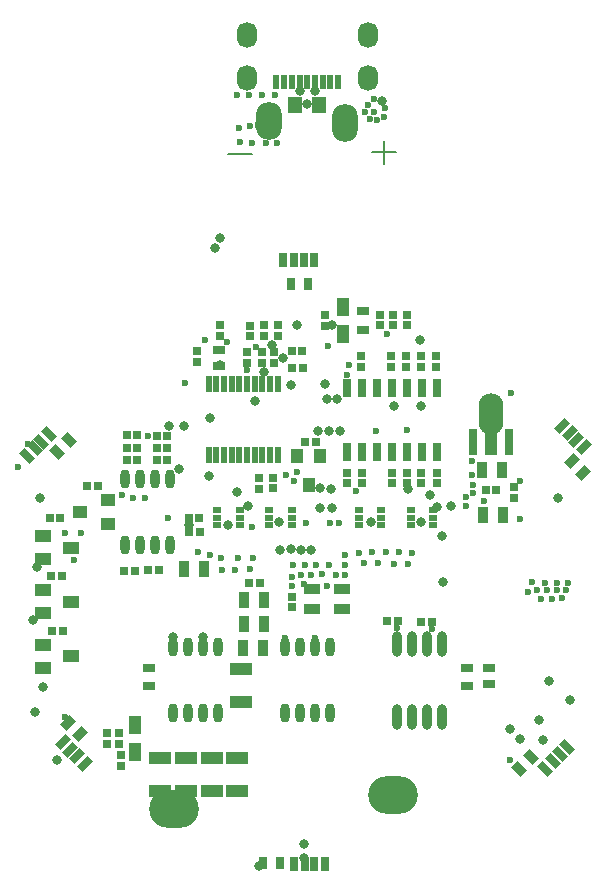
<source format=gts>
%FSLAX25Y25*%
%MOIN*%
G70*
G01*
G75*
G04 Layer_Color=8388736*
%ADD10C,0.00787*%
%ADD11C,0.01181*%
%ADD12C,0.01969*%
%ADD13O,0.07874X0.11811*%
%ADD14O,0.15748X0.11811*%
%ADD15R,0.03543X0.02362*%
%ADD16R,0.02362X0.01969*%
%ADD17R,0.04921X0.02756*%
%ADD18R,0.02756X0.04921*%
%ADD19R,0.01969X0.02362*%
%ADD20R,0.06693X0.03543*%
%ADD21O,0.02362X0.05512*%
%ADD22R,0.03543X0.03937*%
%ADD23R,0.01575X0.04724*%
%ADD24R,0.03150X0.07874*%
%ADD25R,0.02362X0.07874*%
%ADD26O,0.07480X0.12992*%
G04:AMPARAMS|DCode=27|XSize=23.62mil|YSize=35.43mil|CornerRadius=0mil|HoleSize=0mil|Usage=FLASHONLY|Rotation=135.000|XOffset=0mil|YOffset=0mil|HoleType=Round|Shape=Rectangle|*
%AMROTATEDRECTD27*
4,1,4,0.02088,0.00418,-0.00418,-0.02088,-0.02088,-0.00418,0.00418,0.02088,0.02088,0.00418,0.0*
%
%ADD27ROTATEDRECTD27*%

%ADD28R,0.02362X0.03543*%
%ADD29R,0.01969X0.01575*%
%ADD30R,0.03937X0.03543*%
%ADD31R,0.01575X0.03937*%
%ADD32O,0.02362X0.07874*%
%ADD33R,0.02362X0.05512*%
%ADD34R,0.03150X0.05118*%
%ADD35R,0.03937X0.02756*%
G04:AMPARAMS|DCode=36|XSize=23.62mil|YSize=35.43mil|CornerRadius=0mil|HoleSize=0mil|Usage=FLASHONLY|Rotation=225.000|XOffset=0mil|YOffset=0mil|HoleType=Round|Shape=Rectangle|*
%AMROTATEDRECTD36*
4,1,4,-0.00418,0.02088,0.02088,-0.00418,0.00418,-0.02088,-0.02088,0.00418,-0.00418,0.02088,0.0*
%
%ADD36ROTATEDRECTD36*%

%ADD37R,0.04724X0.03543*%
%ADD38R,0.03937X0.04724*%
G04:AMPARAMS|DCode=39|XSize=19.69mil|YSize=39.37mil|CornerRadius=0mil|HoleSize=0mil|Usage=FLASHONLY|Rotation=45.000|XOffset=0mil|YOffset=0mil|HoleType=Round|Shape=Rectangle|*
%AMROTATEDRECTD39*
4,1,4,0.00696,-0.02088,-0.02088,0.00696,-0.00696,0.02088,0.02088,-0.00696,0.00696,-0.02088,0.0*
%
%ADD39ROTATEDRECTD39*%

G04:AMPARAMS|DCode=40|XSize=19.69mil|YSize=39.37mil|CornerRadius=0mil|HoleSize=0mil|Usage=FLASHONLY|Rotation=135.000|XOffset=0mil|YOffset=0mil|HoleType=Round|Shape=Rectangle|*
%AMROTATEDRECTD40*
4,1,4,0.02088,0.00696,-0.00696,-0.02088,-0.02088,-0.00696,0.00696,0.02088,0.02088,0.00696,0.0*
%
%ADD40ROTATEDRECTD40*%

%ADD41R,0.01969X0.03937*%
%ADD42C,0.07874*%
%ADD43C,0.03937*%
%ADD44C,0.05906*%
%ADD45C,0.04724*%
%ADD46C,0.11811*%
%ADD47R,0.09645X0.14900*%
%ADD48R,0.29300X0.12570*%
%ADD49R,0.06400X0.17200*%
%ADD50R,0.19291X0.03830*%
%ADD51R,0.05906X0.13780*%
%ADD52R,0.08661X0.14173*%
%ADD53R,0.05512X0.13780*%
%ADD54R,0.14567X0.16142*%
%ADD55R,0.15182X0.11426*%
%ADD56R,0.05300X0.03507*%
%ADD57R,0.24200X0.17200*%
%ADD58O,0.05906X0.07874*%
%ADD59C,0.02362*%
%ADD60C,0.09843*%
%ADD61O,0.07874X0.05906*%
%ADD62R,0.07874X0.05906*%
%ADD63R,0.07500X0.30800*%
%ADD64R,0.10581X0.53500*%
%ADD65C,0.00394*%
%ADD66C,0.00197*%
%ADD67C,0.00984*%
%ADD68C,0.01000*%
%ADD69C,0.02362*%
%ADD70C,0.00591*%
%ADD71C,0.00800*%
%ADD72C,0.00500*%
%ADD73C,0.00200*%
%ADD74C,0.00400*%
%ADD75O,0.08674X0.12611*%
%ADD76O,0.16548X0.12611*%
%ADD77R,0.04343X0.03162*%
%ADD78R,0.03162X0.02769*%
%ADD79R,0.05721X0.03556*%
%ADD80R,0.03556X0.05721*%
%ADD81R,0.02769X0.03162*%
%ADD82R,0.07493X0.04343*%
%ADD83O,0.03162X0.06312*%
%ADD84R,0.04343X0.04737*%
%ADD85R,0.02375X0.05524*%
%ADD86R,0.03950X0.08674*%
%ADD87R,0.03162X0.08674*%
%ADD88O,0.08280X0.13792*%
G04:AMPARAMS|DCode=89|XSize=31.62mil|YSize=43.43mil|CornerRadius=0mil|HoleSize=0mil|Usage=FLASHONLY|Rotation=135.000|XOffset=0mil|YOffset=0mil|HoleType=Round|Shape=Rectangle|*
%AMROTATEDRECTD89*
4,1,4,0.02654,0.00418,-0.00418,-0.02654,-0.02654,-0.00418,0.00418,0.02654,0.02654,0.00418,0.0*
%
%ADD89ROTATEDRECTD89*%

%ADD90R,0.03162X0.04343*%
%ADD91R,0.02769X0.02375*%
%ADD92R,0.04737X0.04343*%
%ADD93R,0.02375X0.04737*%
%ADD94O,0.03162X0.08674*%
%ADD95R,0.03162X0.06312*%
%ADD96R,0.03950X0.05918*%
%ADD97R,0.04331X0.03150*%
G04:AMPARAMS|DCode=98|XSize=31.62mil|YSize=43.43mil|CornerRadius=0mil|HoleSize=0mil|Usage=FLASHONLY|Rotation=225.000|XOffset=0mil|YOffset=0mil|HoleType=Round|Shape=Rectangle|*
%AMROTATEDRECTD98*
4,1,4,-0.00418,0.02654,0.02654,-0.00418,0.00418,-0.02654,-0.02654,0.00418,-0.00418,0.02654,0.0*
%
%ADD98ROTATEDRECTD98*%

%ADD99R,0.05524X0.04343*%
%ADD100R,0.04737X0.05524*%
G04:AMPARAMS|DCode=101|XSize=27.69mil|YSize=47.37mil|CornerRadius=0mil|HoleSize=0mil|Usage=FLASHONLY|Rotation=45.000|XOffset=0mil|YOffset=0mil|HoleType=Round|Shape=Rectangle|*
%AMROTATEDRECTD101*
4,1,4,0.00696,-0.02654,-0.02654,0.00696,-0.00696,0.02654,0.02654,-0.00696,0.00696,-0.02654,0.0*
%
%ADD101ROTATEDRECTD101*%

G04:AMPARAMS|DCode=102|XSize=27.69mil|YSize=47.37mil|CornerRadius=0mil|HoleSize=0mil|Usage=FLASHONLY|Rotation=135.000|XOffset=0mil|YOffset=0mil|HoleType=Round|Shape=Rectangle|*
%AMROTATEDRECTD102*
4,1,4,0.02654,0.00696,-0.00696,-0.02654,-0.02654,-0.00696,0.00696,0.02654,0.02654,0.00696,0.0*
%
%ADD102ROTATEDRECTD102*%

%ADD103R,0.02769X0.04737*%
%ADD104O,0.06706X0.08674*%
%ADD105C,0.03162*%
D10*
X-26800Y142004D02*
X-18928D01*
X21200Y142404D02*
X29072D01*
X25136Y146339D02*
Y138468D01*
D59*
X2300Y-19400D02*
D03*
X-7900D02*
D03*
X29700Y-16000D02*
D03*
X41242Y-16558D02*
D03*
X67700Y62156D02*
D03*
X52476Y24501D02*
D03*
X58443Y26046D02*
D03*
X52476Y27601D02*
D03*
X55004Y28901D02*
D03*
X54756Y31501D02*
D03*
X54684Y34728D02*
D03*
X54476Y39354D02*
D03*
X-17314Y77377D02*
D03*
X13567Y71475D02*
D03*
X12800Y68258D02*
D03*
X33032Y50001D02*
D03*
X22600Y49575D02*
D03*
X16034Y29375D02*
D03*
X-3693Y35875D02*
D03*
X-7563Y34875D02*
D03*
X-4636Y32802D02*
D03*
X6500Y77975D02*
D03*
X70378Y32901D02*
D03*
X70476Y20301D02*
D03*
X-20300Y69775D02*
D03*
X-46791Y20448D02*
D03*
X-93300Y45300D02*
D03*
X-81200Y-45696D02*
D03*
X67200Y-60000D02*
D03*
X-41100Y65400D02*
D03*
X-96800Y37600D02*
D03*
X74600Y-900D02*
D03*
X79000Y-1000D02*
D03*
X83000D02*
D03*
X86400Y-1100D02*
D03*
X85900Y-3600D02*
D03*
X83000Y-3500D02*
D03*
X79600Y-3600D02*
D03*
X76200D02*
D03*
X-23700Y161468D02*
D03*
X-11200Y161500D02*
D03*
X-15400D02*
D03*
X-19700D02*
D03*
X84700Y-6100D02*
D03*
X81200Y-6400D02*
D03*
X77500D02*
D03*
X73200Y-4000D02*
D03*
X25549Y157200D02*
D03*
X25100Y154300D02*
D03*
X22721Y153200D02*
D03*
X20400Y153500D02*
D03*
X21900Y156000D02*
D03*
X22000Y160100D02*
D03*
X20000Y158200D02*
D03*
X19000Y155900D02*
D03*
X-5000Y4802D02*
D03*
X-1200Y4708D02*
D03*
X2685Y4802D02*
D03*
X6752Y4814D02*
D03*
X12292D02*
D03*
X12200Y1400D02*
D03*
X9100D02*
D03*
X4600Y1700D02*
D03*
X861Y1600D02*
D03*
X-2500Y1507D02*
D03*
X-5398Y941D02*
D03*
X-5518Y-2219D02*
D03*
X-1625Y-1600D02*
D03*
X6337Y-2300D02*
D03*
X16900Y8860D02*
D03*
X21200Y9100D02*
D03*
X25753D02*
D03*
X30053Y9200D02*
D03*
X34400Y9000D02*
D03*
X33200Y5200D02*
D03*
X28700Y5300D02*
D03*
X23269Y5500D02*
D03*
X18500Y5619D02*
D03*
X12217Y8300D02*
D03*
X-36938Y9207D02*
D03*
X-32853Y8200D02*
D03*
X-29200Y7043D02*
D03*
X-23604Y7100D02*
D03*
X-18516Y7043D02*
D03*
X-19300Y3600D02*
D03*
X-24401Y3342D02*
D03*
X-28700Y3087D02*
D03*
X26100Y81834D02*
D03*
X-27000Y79139D02*
D03*
X-34400Y79900D02*
D03*
X-53400Y48000D02*
D03*
X-54556Y27228D02*
D03*
X-58400Y27100D02*
D03*
X-62100Y28300D02*
D03*
X-75700Y15600D02*
D03*
X-81100Y15500D02*
D03*
X-78035Y6500D02*
D03*
X10359Y19000D02*
D03*
X7206Y18881D02*
D03*
X-686Y18800D02*
D03*
X-18949Y17562D02*
D03*
X-10109Y151700D02*
D03*
X-13481D02*
D03*
X-16700Y151600D02*
D03*
X-19400Y151100D02*
D03*
X-23000Y150400D02*
D03*
X-22900Y145700D02*
D03*
X-18673Y145600D02*
D03*
X-14200D02*
D03*
X-10600Y145500D02*
D03*
D75*
X-13000Y152700D02*
D03*
X12200Y152300D02*
D03*
D76*
X28104Y-71800D02*
D03*
X-44688Y-76500D02*
D03*
D77*
X-29700Y71019D02*
D03*
Y76531D02*
D03*
X60336Y-29412D02*
D03*
Y-34924D02*
D03*
X52856Y-29609D02*
D03*
Y-35514D02*
D03*
X-53050Y-35514D02*
D03*
Y-29609D02*
D03*
D78*
X-67141Y-51232D02*
D03*
X-67142Y-54775D02*
D03*
X-10109Y81319D02*
D03*
X-10109Y84862D02*
D03*
X-5514Y-5744D02*
D03*
X-5514Y-9287D02*
D03*
X42725Y35600D02*
D03*
X42725Y32057D02*
D03*
X-37186Y72619D02*
D03*
X-37186Y76162D02*
D03*
X-15514Y75831D02*
D03*
X-15514Y72287D02*
D03*
X-11686Y30419D02*
D03*
X-11686Y33962D02*
D03*
X-20300Y72233D02*
D03*
Y75776D02*
D03*
X-62460Y-62072D02*
D03*
Y-58528D02*
D03*
X-63106Y-51228D02*
D03*
Y-54772D02*
D03*
X-11500Y72303D02*
D03*
Y75846D02*
D03*
X-16300Y33846D02*
D03*
Y30303D02*
D03*
X-19300Y81135D02*
D03*
Y84679D02*
D03*
X-14900Y84792D02*
D03*
Y81249D02*
D03*
X5639Y88158D02*
D03*
Y84615D02*
D03*
X23749Y88280D02*
D03*
Y84737D02*
D03*
X32804D02*
D03*
Y88280D02*
D03*
X28080Y84737D02*
D03*
Y88280D02*
D03*
X42642Y70852D02*
D03*
Y74395D02*
D03*
X37623D02*
D03*
Y70852D02*
D03*
X27583D02*
D03*
Y74395D02*
D03*
X32603D02*
D03*
Y70852D02*
D03*
X17642Y70852D02*
D03*
Y74395D02*
D03*
X17839Y32072D02*
D03*
Y35616D02*
D03*
X12820D02*
D03*
Y32072D02*
D03*
X37623Y35616D02*
D03*
Y32072D02*
D03*
X27780Y35616D02*
D03*
Y32072D02*
D03*
X32800D02*
D03*
Y35616D02*
D03*
X-29616Y81336D02*
D03*
Y84880D02*
D03*
X68390Y27228D02*
D03*
Y30771D02*
D03*
D79*
X11100Y-9847D02*
D03*
Y-3153D02*
D03*
X1281Y-9924D02*
D03*
Y-3231D02*
D03*
D80*
X64650Y36677D02*
D03*
X57957D02*
D03*
X58055Y21505D02*
D03*
X64748D02*
D03*
X-34653Y3500D02*
D03*
X-41346D02*
D03*
X-14664Y-14845D02*
D03*
X-21357D02*
D03*
X-15057Y-22719D02*
D03*
X-21750D02*
D03*
X-21357Y-6971D02*
D03*
X-14664D02*
D03*
D81*
X59154Y29787D02*
D03*
X62697Y29787D02*
D03*
X-47017Y47950D02*
D03*
X-50560Y47950D02*
D03*
X-5556Y76161D02*
D03*
X-2013Y76161D02*
D03*
X-57056Y43914D02*
D03*
X-60600Y43914D02*
D03*
X-57944Y3014D02*
D03*
X-61487Y3014D02*
D03*
X-16150Y-1065D02*
D03*
X-19694D02*
D03*
X-53472Y3100D02*
D03*
X-49928D02*
D03*
X2372Y45975D02*
D03*
X-1172D02*
D03*
X-60572Y48200D02*
D03*
X-57028D02*
D03*
X-1928Y70575D02*
D03*
X-5472D02*
D03*
X-47001Y43899D02*
D03*
X-50545D02*
D03*
X-60584Y39863D02*
D03*
X-57041D02*
D03*
X-47001Y39863D02*
D03*
X-50545D02*
D03*
X-70228Y31300D02*
D03*
X-73772D02*
D03*
X-39891Y20500D02*
D03*
X-36348D02*
D03*
X-39772Y15847D02*
D03*
X-36228D02*
D03*
X26281Y-13664D02*
D03*
X29824D02*
D03*
X37698Y-14058D02*
D03*
X41242D02*
D03*
X-86272Y20376D02*
D03*
X-82728D02*
D03*
X-85372Y-17124D02*
D03*
X-81828D02*
D03*
X-82128Y1176D02*
D03*
X-85672D02*
D03*
D82*
X-49344Y-59475D02*
D03*
Y-70498D02*
D03*
X-32021Y-59453D02*
D03*
Y-70476D02*
D03*
X-23700Y-59488D02*
D03*
Y-70512D02*
D03*
X-22341Y-40829D02*
D03*
Y-29805D02*
D03*
X-40680Y-59475D02*
D03*
Y-70498D02*
D03*
D83*
X-7794Y-44569D02*
D03*
X-2794D02*
D03*
X-7794Y-22522D02*
D03*
X7206Y-44569D02*
D03*
Y-22522D02*
D03*
X-2794D02*
D03*
X2206Y-44569D02*
D03*
Y-22522D02*
D03*
X-45195Y-44569D02*
D03*
X-40195D02*
D03*
X-45195Y-22522D02*
D03*
X-30195Y-44569D02*
D03*
Y-22522D02*
D03*
X-40195D02*
D03*
X-35195Y-44569D02*
D03*
Y-22522D02*
D03*
X-51293Y33564D02*
D03*
X-51293Y11517D02*
D03*
X-61293D02*
D03*
X-56293Y33564D02*
D03*
X-46293D02*
D03*
X-56293Y11517D02*
D03*
X-46293D02*
D03*
X-61293Y33564D02*
D03*
D84*
X100Y31650D02*
D03*
X-3837Y41099D02*
D03*
X4037D02*
D03*
D85*
X-10224Y65187D02*
D03*
X-12783D02*
D03*
X-15342D02*
D03*
X-17901D02*
D03*
X-20460D02*
D03*
X-23019D02*
D03*
X-25578D02*
D03*
X-28137D02*
D03*
X-30696D02*
D03*
X-33255D02*
D03*
Y41565D02*
D03*
X-30696D02*
D03*
X-28137D02*
D03*
X-25578D02*
D03*
X-23019D02*
D03*
X-20460D02*
D03*
X-17901D02*
D03*
X-15342D02*
D03*
X-12783D02*
D03*
X-10224D02*
D03*
D86*
X60909Y45732D02*
D03*
D87*
X66815D02*
D03*
X55004D02*
D03*
D88*
X60909Y55181D02*
D03*
D89*
X87751Y39549D02*
D03*
X91649Y35651D02*
D03*
X-76226Y-51549D02*
D03*
X-80123Y-47651D02*
D03*
D90*
X-9544Y-94600D02*
D03*
X-15056D02*
D03*
X-244Y98500D02*
D03*
X-5756D02*
D03*
D91*
X41627Y23234D02*
D03*
Y20675D02*
D03*
Y18116D02*
D03*
X34146D02*
D03*
Y20675D02*
D03*
Y23234D02*
D03*
X24304D02*
D03*
Y20675D02*
D03*
Y18116D02*
D03*
X16824D02*
D03*
Y20675D02*
D03*
Y23234D02*
D03*
X-22940D02*
D03*
Y20675D02*
D03*
Y18116D02*
D03*
X-30421D02*
D03*
Y20675D02*
D03*
Y23234D02*
D03*
X-5617D02*
D03*
Y20675D02*
D03*
Y18116D02*
D03*
X-13098D02*
D03*
Y20675D02*
D03*
Y23234D02*
D03*
D92*
X-66676Y18509D02*
D03*
Y26384D02*
D03*
X-76124Y22446D02*
D03*
D93*
X7277Y165926D02*
D03*
X4718D02*
D03*
X-8077D02*
D03*
X-5518D02*
D03*
X-10636D02*
D03*
X-2959D02*
D03*
X-400D02*
D03*
X2159D02*
D03*
X9836D02*
D03*
D94*
X39608Y-21341D02*
D03*
Y-45750D02*
D03*
X29608D02*
D03*
X34608Y-21341D02*
D03*
X44608D02*
D03*
X34608Y-45750D02*
D03*
X44608D02*
D03*
X29608Y-21341D02*
D03*
D95*
X42721Y63962D02*
D03*
X37721D02*
D03*
X32721D02*
D03*
X27721D02*
D03*
X22721D02*
D03*
X17721D02*
D03*
X12721D02*
D03*
X17721Y42505D02*
D03*
X22721D02*
D03*
X27721D02*
D03*
X32721D02*
D03*
X37721D02*
D03*
X42721D02*
D03*
X12721D02*
D03*
D96*
X11524Y90717D02*
D03*
X11524Y81701D02*
D03*
X-57760Y-57528D02*
D03*
Y-48512D02*
D03*
D97*
X18237Y89540D02*
D03*
X18237Y83240D02*
D03*
D98*
X-83849Y42651D02*
D03*
X-79951Y46549D02*
D03*
X74249Y-59151D02*
D03*
X70351Y-63049D02*
D03*
D99*
X-88424Y14613D02*
D03*
X-78976Y10676D02*
D03*
X-88424Y6739D02*
D03*
Y-3387D02*
D03*
X-78976Y-7324D02*
D03*
X-88424Y-11261D02*
D03*
Y-21663D02*
D03*
X-78976Y-25600D02*
D03*
X-88424Y-29537D02*
D03*
D100*
X-4337Y158300D02*
D03*
X3537D02*
D03*
D101*
X-93719Y41181D02*
D03*
X-91214Y43687D02*
D03*
X-88986Y45914D02*
D03*
X-86481Y48419D02*
D03*
X78981Y-63035D02*
D03*
X81486Y-60529D02*
D03*
X83714Y-58302D02*
D03*
X86219Y-55797D02*
D03*
D102*
X-81819Y-54181D02*
D03*
X-79314Y-56686D02*
D03*
X-77087Y-58913D02*
D03*
X-74581Y-61419D02*
D03*
X84581Y51319D02*
D03*
X87086Y48814D02*
D03*
X89314Y46586D02*
D03*
X91819Y44081D02*
D03*
D103*
X5518Y-94700D02*
D03*
X1975D02*
D03*
X-1175D02*
D03*
X-4718D02*
D03*
X1918Y106500D02*
D03*
X-1625D02*
D03*
X-4775D02*
D03*
X-8318D02*
D03*
D104*
X-20577Y181674D02*
D03*
X19777D02*
D03*
X-20577Y167107D02*
D03*
X19777D02*
D03*
D105*
X-45100Y-19100D02*
D03*
X-35195Y-19200D02*
D03*
X-9886Y19140D02*
D03*
X47700Y24575D02*
D03*
X42721Y24275D02*
D03*
X-5700Y64975D02*
D03*
X5400Y65275D02*
D03*
X3200Y49475D02*
D03*
X28500Y57975D02*
D03*
X37700Y57775D02*
D03*
X-8400Y73875D02*
D03*
X-12094Y78352D02*
D03*
X7579Y30275D02*
D03*
X4000Y30375D02*
D03*
Y23918D02*
D03*
X7755Y23807D02*
D03*
X40453Y28352D02*
D03*
X33366Y30321D02*
D03*
X37690Y19297D02*
D03*
X20982D02*
D03*
X-26680Y18313D02*
D03*
X-17822Y59651D02*
D03*
X-43200Y36875D02*
D03*
X-41300Y51275D02*
D03*
X9700Y60069D02*
D03*
X10438Y49675D02*
D03*
X6300Y60075D02*
D03*
X7000Y49512D02*
D03*
X-14900Y69175D02*
D03*
X-33000Y34675D02*
D03*
X-23800Y29175D02*
D03*
X-20200Y24675D02*
D03*
X-83900Y-60100D02*
D03*
X78100Y-53600D02*
D03*
X-16600Y-95467D02*
D03*
X-1600Y-92900D02*
D03*
Y-88100D02*
D03*
X87200Y-40100D02*
D03*
X70390Y-53290D02*
D03*
X67100Y-49700D02*
D03*
X76900Y-46700D02*
D03*
X-9400Y9900D02*
D03*
X-5756Y10200D02*
D03*
X800Y9900D02*
D03*
X-2400Y10000D02*
D03*
X44700Y14500D02*
D03*
X44800Y-800D02*
D03*
X2100Y162900D02*
D03*
X-400Y158600D02*
D03*
X-2900Y162900D02*
D03*
X24600Y159600D02*
D03*
X-31000Y110500D02*
D03*
X-29600Y113811D02*
D03*
X7900Y84862D02*
D03*
X-3700Y84900D02*
D03*
X-88400Y-35800D02*
D03*
X-91100Y-44000D02*
D03*
X-91900Y-13400D02*
D03*
X-90400Y4200D02*
D03*
X-39900Y18100D02*
D03*
X-46560Y51099D02*
D03*
X83200Y27200D02*
D03*
X37106Y79800D02*
D03*
X-29616Y71591D02*
D03*
X-89600Y27300D02*
D03*
X80200Y-33800D02*
D03*
X-32900Y54000D02*
D03*
M02*

</source>
